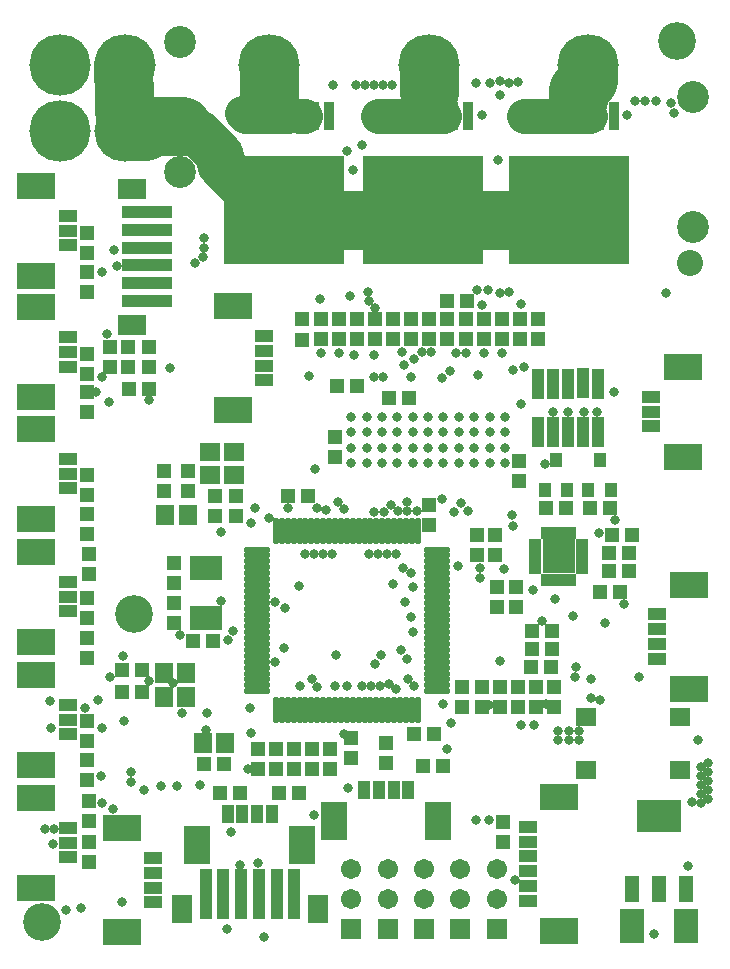
<source format=gts>
G04 Layer_Color=8388736*
%FSLAX25Y25*%
%MOIN*%
G70*
G01*
G75*
%ADD32C,0.01181*%
%ADD33C,0.11811*%
%ADD36C,0.19685*%
%ADD40C,0.15748*%
%ADD79C,0.13780*%
%ADD80R,0.12600X0.09100*%
%ADD81R,0.09100X0.12600*%
%ADD82R,0.09800X0.06700*%
%ADD83R,0.06700X0.09800*%
%ADD84R,0.05131X0.04737*%
%ADD85R,0.05918X0.06706*%
%ADD86R,0.11036X0.08280*%
%ADD87R,0.11036X0.11430*%
%ADD88R,0.03950X0.02178*%
%ADD89R,0.02178X0.03950*%
%ADD90R,0.14579X0.10642*%
%ADD91R,0.04737X0.08674*%
%ADD92O,0.01981X0.09068*%
%ADD93O,0.09068X0.01981*%
%ADD94R,0.03950X0.04737*%
%ADD95R,0.06902X0.05918*%
%ADD96R,0.04737X0.05131*%
%ADD97R,0.06706X0.05918*%
%ADD98R,0.08280X0.11430*%
%ADD99R,0.03950X0.10249*%
%ADD100R,0.05918X0.03950*%
%ADD101R,0.03950X0.05918*%
%ADD102R,0.16548X0.03950*%
%ADD103R,0.03950X0.16548*%
%ADD104R,0.03753X0.09796*%
%ADD105R,0.39954X0.36292*%
%ADD106C,0.12611*%
%ADD107C,0.20485*%
%ADD108C,0.10642*%
%ADD109R,0.06706X0.06706*%
%ADD110C,0.06706*%
%ADD111C,0.08674*%
%ADD112C,0.03162*%
D32*
X121500Y273000D02*
Y277000D01*
D33*
X190000D02*
X192018D01*
X180000D02*
X190000D01*
X175000D02*
X180000D01*
X170000D02*
X175000D01*
X142509Y278009D02*
X143518Y277000D01*
X131500D02*
X141500D01*
X138500Y282018D02*
Y285000D01*
X126500Y277000D02*
X131500D01*
X121500D02*
X126500D01*
X85000Y283500D02*
X85750Y282750D01*
X95000Y277000D02*
X97018D01*
X85000D02*
X91500D01*
X80000D02*
X85000D01*
X76955D02*
X80000D01*
X75978Y277978D02*
X76955Y277000D01*
D36*
X88000Y242500D02*
X179000D01*
X181500Y245000D01*
X188081Y282581D02*
Y285823D01*
X191500Y289242D01*
Y294000D01*
X138500Y285000D02*
Y294000D01*
X85000Y283500D02*
Y294000D01*
X43772Y272000D02*
Y273864D01*
X37000Y272000D02*
X43772D01*
X36500Y294000D02*
X37000Y272000D01*
X43772Y273864D02*
X56136D01*
D40*
X58105Y271895D01*
X61049D01*
X68895Y264049D01*
Y261105D02*
Y264049D01*
Y261105D02*
X84161Y245839D01*
D79*
X79000Y253500D02*
X80000D01*
D80*
X7500Y223950D02*
D03*
Y253950D02*
D03*
Y183450D02*
D03*
Y213450D02*
D03*
Y142950D02*
D03*
Y172950D02*
D03*
Y101950D02*
D03*
Y131950D02*
D03*
Y60950D02*
D03*
Y90950D02*
D03*
Y19950D02*
D03*
Y49950D02*
D03*
X223000Y193550D02*
D03*
Y163550D02*
D03*
X73000Y213850D02*
D03*
Y179050D02*
D03*
X225000Y86150D02*
D03*
Y120950D02*
D03*
X36000Y39850D02*
D03*
Y5050D02*
D03*
X181900Y5550D02*
D03*
Y50250D02*
D03*
D81*
X61150Y34000D02*
D03*
X95950D02*
D03*
X106650Y42000D02*
D03*
X141450D02*
D03*
D82*
X39500Y207550D02*
D03*
Y252950D02*
D03*
D83*
X101450Y12695D02*
D03*
X56050D02*
D03*
D84*
X177500Y146500D02*
D03*
X184193D02*
D03*
X192000D02*
D03*
X198693D02*
D03*
X206000Y137500D02*
D03*
X199307D02*
D03*
X205000Y125500D02*
D03*
X198307D02*
D03*
X151193Y215500D02*
D03*
X144500D02*
D03*
X45000Y186000D02*
D03*
X38307D02*
D03*
X179500Y99500D02*
D03*
X172807D02*
D03*
X179500Y105500D02*
D03*
X172807D02*
D03*
X91500Y150500D02*
D03*
X98193D02*
D03*
X66500Y102000D02*
D03*
X59807D02*
D03*
X75500Y51500D02*
D03*
X68807D02*
D03*
X88500D02*
D03*
X95193D02*
D03*
X205000Y131500D02*
D03*
X198307D02*
D03*
X136500Y60500D02*
D03*
X143193D02*
D03*
X114500Y187000D02*
D03*
X107807D02*
D03*
X179000Y93500D02*
D03*
X172307D02*
D03*
X202000Y118500D02*
D03*
X195307D02*
D03*
X36000Y85000D02*
D03*
X42693D02*
D03*
X36000Y92500D02*
D03*
X42693D02*
D03*
X133500Y71000D02*
D03*
X140193D02*
D03*
X63500Y61000D02*
D03*
X70193D02*
D03*
X125000Y183000D02*
D03*
X131693D02*
D03*
D85*
X50500Y144000D02*
D03*
X57980D02*
D03*
X70500Y68000D02*
D03*
X63020D02*
D03*
X57500Y83500D02*
D03*
X50020D02*
D03*
X57500Y91500D02*
D03*
X50020D02*
D03*
D86*
X64000Y126618D02*
D03*
Y109689D02*
D03*
D87*
X181626Y130374D02*
D03*
D88*
X189500Y135295D02*
D03*
Y133327D02*
D03*
Y131358D02*
D03*
Y129390D02*
D03*
Y127421D02*
D03*
Y125453D02*
D03*
X173752Y125453D02*
D03*
Y127421D02*
D03*
Y129390D02*
D03*
Y131358D02*
D03*
Y133327D02*
D03*
Y135295D02*
D03*
D89*
X176705Y138248D02*
D03*
X178673D02*
D03*
X180642D02*
D03*
X182610D02*
D03*
X184579D02*
D03*
X186547D02*
D03*
X186547Y122500D02*
D03*
X184579D02*
D03*
X182610D02*
D03*
X180642D02*
D03*
X178673D02*
D03*
X176705D02*
D03*
D90*
X215055Y43909D02*
D03*
D91*
X224110Y19500D02*
D03*
X206000D02*
D03*
X215055D02*
D03*
D92*
X87378Y138921D02*
D03*
X89346D02*
D03*
X91315D02*
D03*
X93283D02*
D03*
X95252D02*
D03*
X97220D02*
D03*
X99189D02*
D03*
X101157D02*
D03*
X103126D02*
D03*
X105095D02*
D03*
X107063D02*
D03*
X109031D02*
D03*
X111000D02*
D03*
X112969D02*
D03*
X114937D02*
D03*
X116905D02*
D03*
X118874D02*
D03*
X120843D02*
D03*
X122811D02*
D03*
X124779D02*
D03*
X126748D02*
D03*
X128717D02*
D03*
X130685D02*
D03*
X132653D02*
D03*
X134622D02*
D03*
Y79079D02*
D03*
X132653D02*
D03*
X130685D02*
D03*
X128717D02*
D03*
X126748D02*
D03*
X124779D02*
D03*
X122811D02*
D03*
X120843D02*
D03*
X118874D02*
D03*
X116905D02*
D03*
X114937D02*
D03*
X112969D02*
D03*
X111000D02*
D03*
X109031D02*
D03*
X107063D02*
D03*
X105095D02*
D03*
X103126D02*
D03*
X101157D02*
D03*
X99189D02*
D03*
X97220D02*
D03*
X95252D02*
D03*
X93283D02*
D03*
X91315D02*
D03*
X89346D02*
D03*
X87378D02*
D03*
D93*
X140921Y132622D02*
D03*
Y130654D02*
D03*
Y128685D02*
D03*
Y126716D02*
D03*
Y124748D02*
D03*
Y122780D02*
D03*
Y120811D02*
D03*
Y118842D02*
D03*
Y116874D02*
D03*
Y114906D02*
D03*
Y112937D02*
D03*
Y110968D02*
D03*
Y109000D02*
D03*
Y107032D02*
D03*
Y105063D02*
D03*
Y103094D02*
D03*
Y101126D02*
D03*
Y99158D02*
D03*
Y97189D02*
D03*
Y95221D02*
D03*
Y93252D02*
D03*
Y91284D02*
D03*
Y89315D02*
D03*
Y87347D02*
D03*
Y85378D02*
D03*
X81079D02*
D03*
Y87347D02*
D03*
Y89315D02*
D03*
Y91284D02*
D03*
Y93252D02*
D03*
Y95221D02*
D03*
Y97189D02*
D03*
Y99158D02*
D03*
Y101126D02*
D03*
Y103094D02*
D03*
Y105063D02*
D03*
Y107032D02*
D03*
Y109000D02*
D03*
Y110968D02*
D03*
Y112937D02*
D03*
Y114906D02*
D03*
Y116874D02*
D03*
Y118842D02*
D03*
Y120811D02*
D03*
Y122780D02*
D03*
Y124748D02*
D03*
Y126716D02*
D03*
Y128685D02*
D03*
Y130654D02*
D03*
Y132622D02*
D03*
D94*
X177000Y152500D02*
D03*
X184480D02*
D03*
X180740Y162343D02*
D03*
X191500Y152500D02*
D03*
X198980D02*
D03*
X195240Y162343D02*
D03*
D95*
X190701Y59000D02*
D03*
Y76717D02*
D03*
X222000D02*
D03*
Y59000D02*
D03*
D96*
X126411Y202807D02*
D03*
Y209500D02*
D03*
X138500Y202807D02*
D03*
Y209500D02*
D03*
X108278Y202807D02*
D03*
Y209500D02*
D03*
X114322Y202807D02*
D03*
Y209500D02*
D03*
X144544Y202807D02*
D03*
Y209500D02*
D03*
X163000Y35000D02*
D03*
Y41693D02*
D03*
X102234Y209500D02*
D03*
Y202807D02*
D03*
X156633Y209500D02*
D03*
Y202807D02*
D03*
X168722Y209500D02*
D03*
Y202807D02*
D03*
X149500Y80000D02*
D03*
Y86693D02*
D03*
X161000Y120000D02*
D03*
Y113307D02*
D03*
X180000Y80000D02*
D03*
Y86693D02*
D03*
X167500Y120000D02*
D03*
Y113307D02*
D03*
X38000Y200000D02*
D03*
Y193307D02*
D03*
X25000Y42000D02*
D03*
Y48693D02*
D03*
Y35000D02*
D03*
Y28307D02*
D03*
X67000Y150500D02*
D03*
Y143807D02*
D03*
X74000Y150500D02*
D03*
Y143807D02*
D03*
X32000Y193500D02*
D03*
Y200193D02*
D03*
X174000Y86693D02*
D03*
Y80000D02*
D03*
X156000Y86693D02*
D03*
Y80000D02*
D03*
X24500Y62500D02*
D03*
Y55807D02*
D03*
Y68638D02*
D03*
Y75331D02*
D03*
Y144500D02*
D03*
Y137807D02*
D03*
Y185000D02*
D03*
Y178307D02*
D03*
Y191138D02*
D03*
Y197831D02*
D03*
Y225000D02*
D03*
Y218307D02*
D03*
Y231500D02*
D03*
Y238193D02*
D03*
X105500Y59500D02*
D03*
Y66193D02*
D03*
X99500Y59500D02*
D03*
Y66193D02*
D03*
X87500Y66000D02*
D03*
Y59307D02*
D03*
X107000Y170000D02*
D03*
Y163307D02*
D03*
X160500Y137500D02*
D03*
Y130807D02*
D03*
X138500Y147500D02*
D03*
Y140807D02*
D03*
X96189Y202614D02*
D03*
Y209307D02*
D03*
X120367Y202807D02*
D03*
Y209500D02*
D03*
X132456Y202807D02*
D03*
Y209500D02*
D03*
X150589D02*
D03*
Y202807D02*
D03*
X162678Y209500D02*
D03*
Y202807D02*
D03*
X174766D02*
D03*
Y209500D02*
D03*
X45000Y200000D02*
D03*
Y193307D02*
D03*
X162000Y80000D02*
D03*
Y86693D02*
D03*
X168000Y80000D02*
D03*
Y86693D02*
D03*
X50000Y152000D02*
D03*
Y158693D02*
D03*
X58000Y152000D02*
D03*
Y158693D02*
D03*
X112500Y63000D02*
D03*
Y69693D02*
D03*
X124000Y61500D02*
D03*
Y68193D02*
D03*
X93500Y66000D02*
D03*
Y59307D02*
D03*
X168500Y155500D02*
D03*
Y162193D02*
D03*
X154500Y130807D02*
D03*
Y137500D02*
D03*
X53500Y121500D02*
D03*
Y128193D02*
D03*
X24500Y150638D02*
D03*
Y157331D02*
D03*
X25000Y131000D02*
D03*
Y124307D02*
D03*
X81500Y66000D02*
D03*
Y59307D02*
D03*
X24500Y109638D02*
D03*
Y116331D02*
D03*
X53500Y114807D02*
D03*
Y108114D02*
D03*
X24500Y103000D02*
D03*
Y96307D02*
D03*
D97*
X65500Y157500D02*
D03*
Y164980D02*
D03*
X73500Y157500D02*
D03*
Y164980D02*
D03*
D98*
X224110Y7000D02*
D03*
X206000D02*
D03*
D99*
X174900Y171800D02*
D03*
Y187800D02*
D03*
X179900Y171800D02*
D03*
Y187800D02*
D03*
X184900Y171800D02*
D03*
Y187800D02*
D03*
X189900Y171800D02*
D03*
Y188000D02*
D03*
X194900Y171800D02*
D03*
Y187800D02*
D03*
D100*
X18000Y243843D02*
D03*
Y238921D02*
D03*
Y234000D02*
D03*
Y203343D02*
D03*
Y198421D02*
D03*
Y193500D02*
D03*
Y162843D02*
D03*
Y157921D02*
D03*
Y153000D02*
D03*
Y121843D02*
D03*
Y116921D02*
D03*
Y112000D02*
D03*
Y80843D02*
D03*
Y75921D02*
D03*
Y71000D02*
D03*
Y39843D02*
D03*
Y34921D02*
D03*
Y30000D02*
D03*
X212500Y173658D02*
D03*
Y178579D02*
D03*
Y183500D02*
D03*
X83500Y193921D02*
D03*
Y189000D02*
D03*
Y198821D02*
D03*
Y203743D02*
D03*
X214500Y106079D02*
D03*
Y111000D02*
D03*
Y101179D02*
D03*
Y96258D02*
D03*
X46500Y19921D02*
D03*
Y15000D02*
D03*
Y24821D02*
D03*
Y29743D02*
D03*
X171400Y30379D02*
D03*
Y25458D02*
D03*
Y15615D02*
D03*
Y20515D02*
D03*
Y40200D02*
D03*
Y35279D02*
D03*
D101*
X81079Y44500D02*
D03*
X86000D02*
D03*
X76179D02*
D03*
X71258D02*
D03*
X126579Y52500D02*
D03*
X131500D02*
D03*
X121679D02*
D03*
X116758D02*
D03*
D102*
X44500Y215500D02*
D03*
Y221406D02*
D03*
Y227311D02*
D03*
Y233217D02*
D03*
Y239122D02*
D03*
Y245028D02*
D03*
D103*
X93500Y17695D02*
D03*
X87594D02*
D03*
X81689D02*
D03*
X75783D02*
D03*
X69878D02*
D03*
X63973D02*
D03*
D104*
X105000Y277000D02*
D03*
X100000D02*
D03*
X95000D02*
D03*
X85000D02*
D03*
X80000D02*
D03*
X75000D02*
D03*
X151500D02*
D03*
X146500D02*
D03*
X141500D02*
D03*
X131500D02*
D03*
X126500D02*
D03*
X121500D02*
D03*
X200000D02*
D03*
X195000D02*
D03*
X190000D02*
D03*
X180000D02*
D03*
X175000D02*
D03*
X170000D02*
D03*
D105*
X90000Y245839D02*
D03*
X136500D02*
D03*
X185000D02*
D03*
D106*
X40000Y111000D02*
D03*
X221000Y302000D02*
D03*
X9500Y8500D02*
D03*
D107*
X37000Y272000D02*
D03*
Y294000D02*
D03*
X15500D02*
D03*
Y272000D02*
D03*
X85000Y294000D02*
D03*
X138500D02*
D03*
X191500D02*
D03*
D108*
X226500Y283307D02*
D03*
Y240000D02*
D03*
X55500Y301807D02*
D03*
Y258500D02*
D03*
D109*
X112500Y6000D02*
D03*
X124625D02*
D03*
X136750D02*
D03*
X148875D02*
D03*
X161000D02*
D03*
D110*
X112500Y16000D02*
D03*
Y26000D02*
D03*
X124625Y16000D02*
D03*
Y26000D02*
D03*
X136750Y16000D02*
D03*
Y26000D02*
D03*
X148875Y16000D02*
D03*
Y26000D02*
D03*
X161000Y16000D02*
D03*
Y26000D02*
D03*
D111*
X225500Y228000D02*
D03*
D112*
X220000Y278000D02*
D03*
X219000Y281500D02*
D03*
X214000Y282179D02*
D03*
X217500Y218000D02*
D03*
X45000Y182500D02*
D03*
X162000Y284000D02*
D03*
X158697Y288000D02*
D03*
X154000D02*
D03*
X162000Y288750D02*
D03*
X165000Y288000D02*
D03*
X60500Y228110D02*
D03*
X63500Y236500D02*
D03*
Y233000D02*
D03*
X207000Y282179D02*
D03*
X210500D02*
D03*
X126000Y287500D02*
D03*
X123000D02*
D03*
X120000D02*
D03*
X117000D02*
D03*
X114000D02*
D03*
X166500Y192500D02*
D03*
X162678Y198162D02*
D03*
X170000Y193500D02*
D03*
X156000Y214000D02*
D03*
X158000Y219000D02*
D03*
X156633Y198162D02*
D03*
X154657Y190843D02*
D03*
X169000Y214500D02*
D03*
X165000Y218500D02*
D03*
X226000Y48500D02*
D03*
X231500Y58500D02*
D03*
Y61500D02*
D03*
X229000Y60000D02*
D03*
Y57000D02*
D03*
Y48000D02*
D03*
X231500Y49500D02*
D03*
X229000Y51000D02*
D03*
Y54000D02*
D03*
X231500Y52500D02*
D03*
Y55500D02*
D03*
X148000Y127000D02*
D03*
X79018Y71482D02*
D03*
X64000Y72500D02*
D03*
X69000Y115500D02*
D03*
X177250Y81162D02*
D03*
X189466Y78104D02*
D03*
X192500Y89500D02*
D03*
X158250Y80857D02*
D03*
X145682Y74682D02*
D03*
X186500Y110500D02*
D03*
X180500Y116000D02*
D03*
X146783Y145283D02*
D03*
X149000Y148000D02*
D03*
X151500Y145500D02*
D03*
X142846Y149346D02*
D03*
X134500Y145500D02*
D03*
X131000Y148500D02*
D03*
X125777Y147500D02*
D03*
X116000Y87000D02*
D03*
X107000D02*
D03*
X111000D02*
D03*
X110000Y71000D02*
D03*
X36500Y97000D02*
D03*
X131000Y96000D02*
D03*
X133500Y87000D02*
D03*
X129000Y99000D02*
D03*
X122500Y97500D02*
D03*
X132937Y105063D02*
D03*
X131500Y89476D02*
D03*
X127500Y86000D02*
D03*
X124962Y87651D02*
D03*
X122000Y87000D02*
D03*
X119000D02*
D03*
X118500Y131000D02*
D03*
X163500Y126000D02*
D03*
X154500Y219000D02*
D03*
X204500Y277500D02*
D03*
X139000Y198500D02*
D03*
X136000D02*
D03*
X147500Y198000D02*
D03*
X150589Y198162D02*
D03*
X145500Y192000D02*
D03*
X133500Y196000D02*
D03*
X132500Y190000D02*
D03*
X123000D02*
D03*
X162000Y218000D02*
D03*
X161500Y262500D02*
D03*
X113000Y259000D02*
D03*
X116000Y267500D02*
D03*
X156000Y277500D02*
D03*
X111000Y265500D02*
D03*
X129493Y198546D02*
D03*
X29500Y48000D02*
D03*
X91500Y146500D02*
D03*
X101000D02*
D03*
X103962Y145807D02*
D03*
X110000Y146000D02*
D03*
X108000Y148477D02*
D03*
X120048Y145000D02*
D03*
X169000Y74000D02*
D03*
X187500Y93500D02*
D03*
X39000Y55000D02*
D03*
X49000Y53909D02*
D03*
X54500D02*
D03*
X32000Y90000D02*
D03*
X64500Y78000D02*
D03*
X98500Y190500D02*
D03*
X10500Y39500D02*
D03*
X29000Y57000D02*
D03*
X22500Y13000D02*
D03*
X71000Y6000D02*
D03*
X83500Y3500D02*
D03*
X78000Y59500D02*
D03*
X224856Y27144D02*
D03*
X177000Y161000D02*
D03*
X200000Y185000D02*
D03*
X166000Y144000D02*
D03*
X120500Y94500D02*
D03*
X95000Y120500D02*
D03*
X107500Y97500D02*
D03*
X27500Y185000D02*
D03*
X29500Y190000D02*
D03*
X121500Y131000D02*
D03*
X124500D02*
D03*
X129872Y126372D02*
D03*
X132432Y124743D02*
D03*
X133000Y120000D02*
D03*
X130500Y115000D02*
D03*
X127500Y131000D02*
D03*
X123500Y145000D02*
D03*
X128000Y145500D02*
D03*
X131000D02*
D03*
X33500Y232500D02*
D03*
X34500Y227000D02*
D03*
X31589Y181881D02*
D03*
X31000Y204500D02*
D03*
X100500Y159500D02*
D03*
X97000Y131000D02*
D03*
X103000D02*
D03*
X100000D02*
D03*
X99500Y89500D02*
D03*
X95500Y87000D02*
D03*
X101038Y86783D02*
D03*
X158500Y42500D02*
D03*
X154000D02*
D03*
X85000Y143000D02*
D03*
X55500Y104000D02*
D03*
X53000Y88000D02*
D03*
X213500Y4500D02*
D03*
X167000Y22500D02*
D03*
X90500Y113000D02*
D03*
X90227Y99727D02*
D03*
X87000Y115000D02*
D03*
Y95000D02*
D03*
X166500Y140500D02*
D03*
X200500Y142500D02*
D03*
X195000Y138000D02*
D03*
X197000Y108000D02*
D03*
X173000Y119000D02*
D03*
X63000Y230000D02*
D03*
X126500Y121000D02*
D03*
X155500Y126500D02*
D03*
X106500Y287500D02*
D03*
X194500Y178500D02*
D03*
X168000Y288500D02*
D03*
X102000Y216000D02*
D03*
X45000Y88750D02*
D03*
X75500Y27567D02*
D03*
X36642Y75358D02*
D03*
X81500Y28000D02*
D03*
X39000Y58500D02*
D03*
X169000Y181000D02*
D03*
X190000Y178500D02*
D03*
X184900Y178400D02*
D03*
X130000Y194000D02*
D03*
X120000Y190000D02*
D03*
X71500Y102500D02*
D03*
X73000Y105500D02*
D03*
X29500Y225000D02*
D03*
X69000Y138500D02*
D03*
X17500Y12500D02*
D03*
X36000Y15000D02*
D03*
X142846Y189846D02*
D03*
X102234Y198162D02*
D03*
X106000Y131000D02*
D03*
X12500Y73000D02*
D03*
X23693Y79693D02*
D03*
X176154Y108806D02*
D03*
X155500Y123000D02*
D03*
X132500Y110000D02*
D03*
X179900Y178600D02*
D03*
X79000Y141500D02*
D03*
X80500Y146500D02*
D03*
X78693Y79693D02*
D03*
X13500Y39500D02*
D03*
X13000Y34500D02*
D03*
X28000Y82500D02*
D03*
X29500Y73000D02*
D03*
X12000Y82000D02*
D03*
X112000Y217000D02*
D03*
X118000Y218500D02*
D03*
X118500Y215500D02*
D03*
X120500Y213000D02*
D03*
X120000Y197500D02*
D03*
X113500D02*
D03*
X203500Y114500D02*
D03*
X187000Y90000D02*
D03*
X195500Y82500D02*
D03*
X192500Y83000D02*
D03*
X185000Y72055D02*
D03*
X228000Y69000D02*
D03*
X173500Y74000D02*
D03*
X162000Y95500D02*
D03*
X143000Y81000D02*
D03*
X144500Y66000D02*
D03*
X111500Y53000D02*
D03*
X132991Y161500D02*
D03*
X153464D02*
D03*
X112519Y166618D02*
D03*
Y161500D02*
D03*
X117637D02*
D03*
X122755D02*
D03*
X127873D02*
D03*
X138109D02*
D03*
X143228D02*
D03*
X148346D02*
D03*
X158582D02*
D03*
X163700D02*
D03*
X117637Y166618D02*
D03*
X122755D02*
D03*
X127873D02*
D03*
X132991D02*
D03*
X138109D02*
D03*
X143228D02*
D03*
X148346D02*
D03*
X153464D02*
D03*
X158582D02*
D03*
X163700D02*
D03*
X112519Y171736D02*
D03*
X117637D02*
D03*
X122755D02*
D03*
X127873D02*
D03*
X132991D02*
D03*
X138109D02*
D03*
X143228D02*
D03*
X148346D02*
D03*
X153464D02*
D03*
X158582D02*
D03*
X163700D02*
D03*
X112519Y176854D02*
D03*
X117637D02*
D03*
X122755D02*
D03*
X127873D02*
D03*
X132991D02*
D03*
X138109D02*
D03*
X143228D02*
D03*
X148346D02*
D03*
X153464D02*
D03*
X158582D02*
D03*
X163700D02*
D03*
X52000Y193000D02*
D03*
X62000Y54000D02*
D03*
X208500Y90000D02*
D03*
X33000Y46000D02*
D03*
X100000Y44000D02*
D03*
X72500Y38500D02*
D03*
X56000Y78000D02*
D03*
X43500Y52500D02*
D03*
X108278Y198162D02*
D03*
X181500Y69000D02*
D03*
X185000D02*
D03*
X188500Y72055D02*
D03*
Y69000D02*
D03*
X181500Y72055D02*
D03*
M02*

</source>
